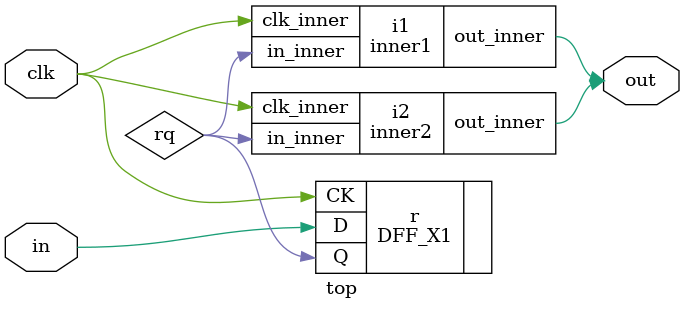
<source format=v>
module inner1 (input clk_inner, input in_inner, output out_inner);
  DFF_X1 r(.D(in_inner), .CK(clk_inner), .Q(out_inner));
endmodule

module inner2 (input clk_inner, input in_inner, output out_inner);
  DFF_X2 r(.D(in_inner), .CK(clk_inner), .Q(out_inner));
endmodule

module top (input clk, input in, output out);
  wire rq;

  DFF_X1 r (.D(in), .CK(clk), .Q(rq));
  inner1 i1 (.clk_inner(clk), .in_inner(rq), .out_inner(out));
  inner2 i2 (.clk_inner(clk), .in_inner(rq), .out_inner(out));
endmodule

</source>
